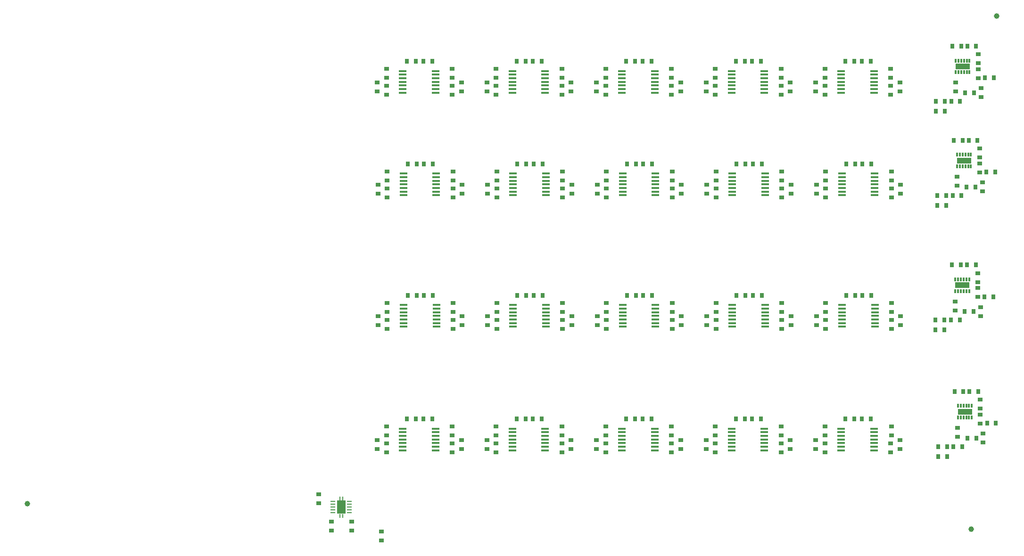
<source format=gbp>
G04*
G04 #@! TF.GenerationSoftware,Altium Limited,Altium Designer,23.3.1 (30)*
G04*
G04 Layer_Color=128*
%FSLAX44Y44*%
%MOMM*%
G71*
G04*
G04 #@! TF.SameCoordinates,BD36C32B-B9C7-4E4D-8C4A-4C0C75BD15CB*
G04*
G04*
G04 #@! TF.FilePolarity,Positive*
G04*
G01*
G75*
%ADD18C,1.0000*%
%ADD19R,0.7874X0.9652*%
%ADD23R,0.8500X0.2800*%
%ADD24R,1.6500X2.4000*%
%ADD25R,0.2200X0.7000*%
%ADD26R,0.9652X0.7874*%
%ADD27R,0.3000X0.6500*%
%ADD28R,2.6600X1.1000*%
%ADD29R,1.4750X0.4500*%
D18*
X307340Y336550D02*
D03*
X2048510Y1212850D02*
D03*
X2002790Y290830D02*
D03*
D19*
X2031057Y480990D02*
D03*
X2047059D02*
D03*
X1943427Y439080D02*
D03*
X1959429D02*
D03*
Y421300D02*
D03*
X1943427D02*
D03*
X1999688Y538140D02*
D03*
X2015690D02*
D03*
X1995878Y454320D02*
D03*
X2011880D02*
D03*
X1988639Y538140D02*
D03*
X1972637D02*
D03*
X1986861Y439080D02*
D03*
X1970859D02*
D03*
X1597152Y710819D02*
D03*
X1581150D02*
D03*
X1965960Y666369D02*
D03*
X1981962D02*
D03*
X1967738Y765429D02*
D03*
X1983740D02*
D03*
X2006981Y681609D02*
D03*
X1990979D02*
D03*
X2010791Y765429D02*
D03*
X1994789D02*
D03*
X1938528Y648589D02*
D03*
X1954530D02*
D03*
Y666369D02*
D03*
X1938528D02*
D03*
X2042160Y708279D02*
D03*
X2026158D02*
D03*
X1966722Y1059561D02*
D03*
X1982724D02*
D03*
X1968500Y1158621D02*
D03*
X1984502D02*
D03*
X2007743Y1074801D02*
D03*
X1991741D02*
D03*
X2011553Y1158621D02*
D03*
X1995551D02*
D03*
X1939290Y1041781D02*
D03*
X1955292D02*
D03*
Y1059561D02*
D03*
X1939290D02*
D03*
X2042922Y1101471D02*
D03*
X2026920D02*
D03*
X1985264Y890270D02*
D03*
X1969262D02*
D03*
X1987042Y989330D02*
D03*
X1971040D02*
D03*
X1994281Y905510D02*
D03*
X2010283D02*
D03*
X1998091Y989330D02*
D03*
X2014093D02*
D03*
X1957832Y872490D02*
D03*
X1941830D02*
D03*
Y890270D02*
D03*
X1957832D02*
D03*
X2029460Y932180D02*
D03*
X2045462D02*
D03*
X1778000Y947039D02*
D03*
X1794002D02*
D03*
X1807210D02*
D03*
X1823212D02*
D03*
X1610360Y710819D02*
D03*
X1626362D02*
D03*
X1792732Y488569D02*
D03*
X1776730D02*
D03*
X1821942D02*
D03*
X1805940D02*
D03*
X1232662Y710819D02*
D03*
X1216660D02*
D03*
X1203452D02*
D03*
X1187450D02*
D03*
X1429512D02*
D03*
X1413510D02*
D03*
X1006886Y710688D02*
D03*
X990884D02*
D03*
X1036096D02*
D03*
X1020094D02*
D03*
X1794286D02*
D03*
X1778284D02*
D03*
X1823496D02*
D03*
X1807494D02*
D03*
X1400302Y710819D02*
D03*
X1384300D02*
D03*
X1428242Y488569D02*
D03*
X1412240D02*
D03*
X1399032D02*
D03*
X1383030D02*
D03*
X1231392D02*
D03*
X1215390D02*
D03*
X1202182D02*
D03*
X1186180D02*
D03*
X1005332D02*
D03*
X989330D02*
D03*
X1034542D02*
D03*
X1018540D02*
D03*
X1595882D02*
D03*
X1579880D02*
D03*
X1625092D02*
D03*
X1609090D02*
D03*
X989330Y1131189D02*
D03*
X1005332D02*
D03*
X1018540D02*
D03*
X1034542D02*
D03*
X1006602Y947039D02*
D03*
X990600D02*
D03*
X1035812D02*
D03*
X1019810D02*
D03*
X1231392Y1131189D02*
D03*
X1215390D02*
D03*
X1202182D02*
D03*
X1186180D02*
D03*
X1203452Y947039D02*
D03*
X1187450D02*
D03*
X1232662D02*
D03*
X1216660D02*
D03*
X1428242Y1131189D02*
D03*
X1412240D02*
D03*
X1399032D02*
D03*
X1383030D02*
D03*
X1400302Y947039D02*
D03*
X1384300D02*
D03*
X1429512D02*
D03*
X1413510D02*
D03*
X1595882Y1131189D02*
D03*
X1579880D02*
D03*
X1625092D02*
D03*
X1609090D02*
D03*
X1597152Y947039D02*
D03*
X1581150D02*
D03*
X1626362D02*
D03*
X1610360D02*
D03*
X1792732Y1131189D02*
D03*
X1776730D02*
D03*
X1821942D02*
D03*
X1805940D02*
D03*
D23*
X856470Y320200D02*
D03*
Y325200D02*
D03*
Y330200D02*
D03*
Y335200D02*
D03*
Y340200D02*
D03*
X885970D02*
D03*
Y335200D02*
D03*
Y330200D02*
D03*
Y325200D02*
D03*
Y320200D02*
D03*
D24*
X871220Y330200D02*
D03*
D25*
X868720Y345700D02*
D03*
X873720D02*
D03*
Y314700D02*
D03*
X868720D02*
D03*
D26*
X943610Y270129D02*
D03*
Y286131D02*
D03*
X853440Y303911D02*
D03*
Y287909D02*
D03*
X830580Y337439D02*
D03*
Y353441D02*
D03*
X890270Y303911D02*
D03*
Y287909D02*
D03*
X1283970Y450850D02*
D03*
Y434848D02*
D03*
X1739900Y428498D02*
D03*
Y444500D02*
D03*
X1978479Y472481D02*
D03*
Y456479D02*
D03*
X2024199Y462321D02*
D03*
Y446319D02*
D03*
X2019119Y496611D02*
D03*
Y480609D02*
D03*
Y507279D02*
D03*
Y523281D02*
D03*
X1973580Y683768D02*
D03*
Y699770D02*
D03*
X2019300Y673608D02*
D03*
Y689610D02*
D03*
X2014220Y750570D02*
D03*
Y734568D02*
D03*
Y707898D02*
D03*
Y723900D02*
D03*
X1974342Y1076960D02*
D03*
Y1092962D02*
D03*
X2020062Y1066800D02*
D03*
Y1082802D02*
D03*
X2014982Y1143762D02*
D03*
Y1127760D02*
D03*
Y1101090D02*
D03*
Y1117092D02*
D03*
X2022602Y897509D02*
D03*
Y913511D02*
D03*
X1976882Y907669D02*
D03*
Y923671D02*
D03*
X2017522Y958469D02*
D03*
Y974471D02*
D03*
Y947801D02*
D03*
Y931799D02*
D03*
X1268730Y917448D02*
D03*
Y933450D02*
D03*
Y902970D02*
D03*
Y886968D02*
D03*
X1741170D02*
D03*
Y902970D02*
D03*
X1859280D02*
D03*
Y886968D02*
D03*
X1741170Y933450D02*
D03*
Y917448D02*
D03*
X1859280D02*
D03*
Y933450D02*
D03*
X1875790Y909320D02*
D03*
Y893318D02*
D03*
X1724660D02*
D03*
Y909320D02*
D03*
X1544320Y650748D02*
D03*
Y666750D02*
D03*
X1662430D02*
D03*
Y650748D02*
D03*
X1544320Y697230D02*
D03*
Y681228D02*
D03*
X1662430D02*
D03*
Y697230D02*
D03*
X1678940Y673100D02*
D03*
Y657098D02*
D03*
X1527810D02*
D03*
Y673100D02*
D03*
X1858010Y428498D02*
D03*
Y444500D02*
D03*
X1739900Y458978D02*
D03*
Y474980D02*
D03*
X1859280Y475361D02*
D03*
Y459359D02*
D03*
X1874520Y434848D02*
D03*
Y450850D02*
D03*
X1723390D02*
D03*
Y434848D02*
D03*
X1150620Y666750D02*
D03*
Y650748D02*
D03*
X1134110Y673100D02*
D03*
Y657098D02*
D03*
X1150620Y681228D02*
D03*
Y697230D02*
D03*
X1465580D02*
D03*
Y681228D02*
D03*
X1285240Y657098D02*
D03*
Y673100D02*
D03*
X937544Y672969D02*
D03*
Y656967D02*
D03*
X954054Y681097D02*
D03*
Y697099D02*
D03*
Y666619D02*
D03*
Y650617D02*
D03*
X1268730Y697230D02*
D03*
Y681228D02*
D03*
X1465580Y650748D02*
D03*
Y666750D02*
D03*
X1482090Y657098D02*
D03*
Y673100D02*
D03*
X1741454Y681097D02*
D03*
Y697099D02*
D03*
X1724944Y672969D02*
D03*
Y656967D02*
D03*
X1741454Y666619D02*
D03*
Y650617D02*
D03*
X1859564Y697099D02*
D03*
Y681097D02*
D03*
X1876074Y656967D02*
D03*
Y672969D02*
D03*
X1859564Y650617D02*
D03*
Y666619D02*
D03*
X1268730Y650748D02*
D03*
Y666750D02*
D03*
X1072164Y697099D02*
D03*
Y681097D02*
D03*
Y650617D02*
D03*
Y666619D02*
D03*
X1088674Y656967D02*
D03*
Y672969D02*
D03*
X1347470Y666750D02*
D03*
Y650748D02*
D03*
Y681228D02*
D03*
Y697230D02*
D03*
X1330960Y673100D02*
D03*
Y657098D02*
D03*
X1661160Y428498D02*
D03*
Y444500D02*
D03*
X1677670Y434848D02*
D03*
Y450850D02*
D03*
X1661160Y474980D02*
D03*
Y458978D02*
D03*
X1346200D02*
D03*
Y474980D02*
D03*
X1464310Y428498D02*
D03*
Y444500D02*
D03*
X1480820Y434848D02*
D03*
Y450850D02*
D03*
X1464310Y474980D02*
D03*
Y458978D02*
D03*
X1329690Y450850D02*
D03*
Y434848D02*
D03*
X1346200Y444500D02*
D03*
Y428498D02*
D03*
X1149350Y444500D02*
D03*
Y428498D02*
D03*
X952500Y444500D02*
D03*
Y428498D02*
D03*
X935990Y434848D02*
D03*
Y450850D02*
D03*
X952500Y458978D02*
D03*
Y474980D02*
D03*
X1267460Y428498D02*
D03*
Y444500D02*
D03*
Y474980D02*
D03*
Y458978D02*
D03*
X1132840Y450850D02*
D03*
Y434848D02*
D03*
X1149350Y458978D02*
D03*
Y474980D02*
D03*
X1070610D02*
D03*
Y458978D02*
D03*
Y428498D02*
D03*
Y444500D02*
D03*
X1087120Y434848D02*
D03*
Y450850D02*
D03*
X1543050Y458978D02*
D03*
Y474980D02*
D03*
X1526540Y450850D02*
D03*
Y434848D02*
D03*
X1543050Y444500D02*
D03*
Y428498D02*
D03*
X935990Y1077468D02*
D03*
Y1093470D02*
D03*
X952500Y1117600D02*
D03*
Y1101598D02*
D03*
Y1071118D02*
D03*
Y1087120D02*
D03*
X1070610Y1101598D02*
D03*
Y1117600D02*
D03*
X1149350Y1101598D02*
D03*
Y1117600D02*
D03*
X1070610Y1087120D02*
D03*
Y1071118D02*
D03*
X1087120Y1093470D02*
D03*
Y1077468D02*
D03*
X1132840Y1093470D02*
D03*
Y1077468D02*
D03*
X1149350Y1087120D02*
D03*
Y1071118D02*
D03*
X937260Y909320D02*
D03*
Y893318D02*
D03*
X953770Y917448D02*
D03*
Y933450D02*
D03*
Y902970D02*
D03*
Y886968D02*
D03*
X1071880Y933450D02*
D03*
Y917448D02*
D03*
X1150620D02*
D03*
Y933450D02*
D03*
X1071880Y886968D02*
D03*
Y902970D02*
D03*
X1088390Y893318D02*
D03*
Y909320D02*
D03*
X1134110D02*
D03*
Y893318D02*
D03*
X1150620Y902970D02*
D03*
Y886968D02*
D03*
X1267460Y1117600D02*
D03*
Y1101598D02*
D03*
X1346200D02*
D03*
Y1117600D02*
D03*
X1283970Y1077468D02*
D03*
Y1093470D02*
D03*
X1329690D02*
D03*
Y1077468D02*
D03*
X1267460Y1071118D02*
D03*
Y1087120D02*
D03*
X1346200D02*
D03*
Y1071118D02*
D03*
X1347470Y917448D02*
D03*
Y933450D02*
D03*
X1464310Y1117600D02*
D03*
Y1101598D02*
D03*
X1543050D02*
D03*
Y1117600D02*
D03*
X1526540Y1093470D02*
D03*
Y1077468D02*
D03*
X1480820D02*
D03*
Y1093470D02*
D03*
X1464310Y1071118D02*
D03*
Y1087120D02*
D03*
X1543050D02*
D03*
Y1071118D02*
D03*
X1465580Y933450D02*
D03*
Y917448D02*
D03*
X1544320D02*
D03*
Y933450D02*
D03*
X1285240Y893318D02*
D03*
Y909320D02*
D03*
X1330960D02*
D03*
Y893318D02*
D03*
X1347470Y902970D02*
D03*
Y886968D02*
D03*
X1482090Y893318D02*
D03*
Y909320D02*
D03*
X1527810D02*
D03*
Y893318D02*
D03*
X1465580Y886968D02*
D03*
Y902970D02*
D03*
X1544320D02*
D03*
Y886968D02*
D03*
X1661160Y1117600D02*
D03*
Y1101598D02*
D03*
X1677670Y1077468D02*
D03*
Y1093470D02*
D03*
X1723390D02*
D03*
Y1077468D02*
D03*
X1739900Y1101598D02*
D03*
Y1117600D02*
D03*
X1662430Y933450D02*
D03*
Y917448D02*
D03*
X1661160Y1071118D02*
D03*
Y1087120D02*
D03*
X1739900D02*
D03*
Y1071118D02*
D03*
X1662430Y886968D02*
D03*
Y902970D02*
D03*
X1678940Y893318D02*
D03*
Y909320D02*
D03*
X1858010Y1117600D02*
D03*
Y1101598D02*
D03*
X1874520Y1077468D02*
D03*
Y1093470D02*
D03*
X1858010Y1071118D02*
D03*
Y1087120D02*
D03*
D27*
X1978860Y512150D02*
D03*
X1983860D02*
D03*
X1988860D02*
D03*
X1993860D02*
D03*
X1998860D02*
D03*
X2003860D02*
D03*
Y491150D02*
D03*
X1998860D02*
D03*
X1993860D02*
D03*
X1988860D02*
D03*
X1983860D02*
D03*
X1978860D02*
D03*
X1973961Y718439D02*
D03*
X1978961D02*
D03*
X1983961D02*
D03*
X1988961D02*
D03*
X1993961D02*
D03*
X1998961D02*
D03*
Y739439D02*
D03*
X1993961D02*
D03*
X1988961D02*
D03*
X1983961D02*
D03*
X1978961D02*
D03*
X1973961D02*
D03*
X1974723Y1111631D02*
D03*
X1979723D02*
D03*
X1984723D02*
D03*
X1989723D02*
D03*
X1994723D02*
D03*
X1999723D02*
D03*
Y1132631D02*
D03*
X1994723D02*
D03*
X1989723D02*
D03*
X1984723D02*
D03*
X1979723D02*
D03*
X1974723D02*
D03*
X1977263Y963340D02*
D03*
X1982263D02*
D03*
X1987263D02*
D03*
X1992263D02*
D03*
X1997263D02*
D03*
X2002263D02*
D03*
Y942340D02*
D03*
X1997263D02*
D03*
X1992263D02*
D03*
X1987263D02*
D03*
X1982263D02*
D03*
X1977263D02*
D03*
D28*
X1991360Y501650D02*
D03*
X1986461Y728939D02*
D03*
X1987223Y1122131D02*
D03*
X1989763Y952840D02*
D03*
D29*
X1770591Y929709D02*
D03*
Y923209D02*
D03*
Y916709D02*
D03*
Y910209D02*
D03*
Y903709D02*
D03*
Y897209D02*
D03*
Y890709D02*
D03*
X1829351D02*
D03*
Y897209D02*
D03*
Y903709D02*
D03*
Y910209D02*
D03*
Y916709D02*
D03*
Y923209D02*
D03*
Y929709D02*
D03*
X1573741Y693489D02*
D03*
Y686989D02*
D03*
Y680489D02*
D03*
Y673989D02*
D03*
Y667489D02*
D03*
Y660989D02*
D03*
Y654489D02*
D03*
X1632501D02*
D03*
Y660989D02*
D03*
Y667489D02*
D03*
Y673989D02*
D03*
Y680489D02*
D03*
Y686989D02*
D03*
Y693489D02*
D03*
X1828081Y471239D02*
D03*
Y464739D02*
D03*
Y458239D02*
D03*
Y451739D02*
D03*
Y445239D02*
D03*
Y438739D02*
D03*
Y432239D02*
D03*
X1769321D02*
D03*
Y438739D02*
D03*
Y445239D02*
D03*
Y451739D02*
D03*
Y458239D02*
D03*
Y464739D02*
D03*
Y471239D02*
D03*
X1042235Y693358D02*
D03*
Y686858D02*
D03*
Y680358D02*
D03*
Y673858D02*
D03*
Y667358D02*
D03*
Y660858D02*
D03*
Y654358D02*
D03*
X983475D02*
D03*
Y660858D02*
D03*
Y667358D02*
D03*
Y673858D02*
D03*
Y680358D02*
D03*
Y686858D02*
D03*
Y693358D02*
D03*
X1238801Y693489D02*
D03*
Y686989D02*
D03*
Y680489D02*
D03*
Y673989D02*
D03*
Y667489D02*
D03*
Y660989D02*
D03*
Y654489D02*
D03*
X1180041D02*
D03*
Y660989D02*
D03*
Y667489D02*
D03*
Y673989D02*
D03*
Y680489D02*
D03*
Y686989D02*
D03*
Y693489D02*
D03*
X1435651D02*
D03*
Y686989D02*
D03*
Y680489D02*
D03*
Y673989D02*
D03*
Y667489D02*
D03*
Y660989D02*
D03*
Y654489D02*
D03*
X1376891D02*
D03*
Y660989D02*
D03*
Y667489D02*
D03*
Y673989D02*
D03*
Y680489D02*
D03*
Y686989D02*
D03*
Y693489D02*
D03*
X1829635Y693358D02*
D03*
Y686858D02*
D03*
Y680358D02*
D03*
Y673858D02*
D03*
Y667358D02*
D03*
Y660858D02*
D03*
Y654358D02*
D03*
X1770875D02*
D03*
Y660858D02*
D03*
Y667358D02*
D03*
Y673858D02*
D03*
Y680358D02*
D03*
Y686858D02*
D03*
Y693358D02*
D03*
X1434381Y471239D02*
D03*
Y464739D02*
D03*
Y458239D02*
D03*
Y451739D02*
D03*
Y445239D02*
D03*
Y438739D02*
D03*
Y432239D02*
D03*
X1375621D02*
D03*
Y438739D02*
D03*
Y445239D02*
D03*
Y451739D02*
D03*
Y458239D02*
D03*
Y464739D02*
D03*
Y471239D02*
D03*
X1237531D02*
D03*
Y464739D02*
D03*
Y458239D02*
D03*
Y451739D02*
D03*
Y445239D02*
D03*
Y438739D02*
D03*
Y432239D02*
D03*
X1178771D02*
D03*
Y438739D02*
D03*
Y445239D02*
D03*
Y451739D02*
D03*
Y458239D02*
D03*
Y464739D02*
D03*
Y471239D02*
D03*
X1040681D02*
D03*
Y464739D02*
D03*
Y458239D02*
D03*
Y451739D02*
D03*
Y445239D02*
D03*
Y438739D02*
D03*
Y432239D02*
D03*
X981921D02*
D03*
Y438739D02*
D03*
Y445239D02*
D03*
Y451739D02*
D03*
Y458239D02*
D03*
Y464739D02*
D03*
Y471239D02*
D03*
X1631231D02*
D03*
Y464739D02*
D03*
Y458239D02*
D03*
Y451739D02*
D03*
Y445239D02*
D03*
Y438739D02*
D03*
Y432239D02*
D03*
X1572471D02*
D03*
Y438739D02*
D03*
Y445239D02*
D03*
Y451739D02*
D03*
Y458239D02*
D03*
Y464739D02*
D03*
Y471239D02*
D03*
X981921Y1113859D02*
D03*
Y1107359D02*
D03*
Y1100859D02*
D03*
Y1094359D02*
D03*
Y1087859D02*
D03*
Y1081359D02*
D03*
Y1074859D02*
D03*
X1040681D02*
D03*
Y1081359D02*
D03*
Y1087859D02*
D03*
Y1094359D02*
D03*
Y1100859D02*
D03*
Y1107359D02*
D03*
Y1113859D02*
D03*
X1041951Y929709D02*
D03*
Y923209D02*
D03*
Y916709D02*
D03*
Y910209D02*
D03*
Y903709D02*
D03*
Y897209D02*
D03*
Y890709D02*
D03*
X983191D02*
D03*
Y897209D02*
D03*
Y903709D02*
D03*
Y910209D02*
D03*
Y916709D02*
D03*
Y923209D02*
D03*
Y929709D02*
D03*
X1237531Y1113859D02*
D03*
Y1107359D02*
D03*
Y1100859D02*
D03*
Y1094359D02*
D03*
Y1087859D02*
D03*
Y1081359D02*
D03*
Y1074859D02*
D03*
X1178771D02*
D03*
Y1081359D02*
D03*
Y1087859D02*
D03*
Y1094359D02*
D03*
Y1100859D02*
D03*
Y1107359D02*
D03*
Y1113859D02*
D03*
X1434381D02*
D03*
Y1107359D02*
D03*
Y1100859D02*
D03*
Y1094359D02*
D03*
Y1087859D02*
D03*
Y1081359D02*
D03*
Y1074859D02*
D03*
X1375621D02*
D03*
Y1081359D02*
D03*
Y1087859D02*
D03*
Y1094359D02*
D03*
Y1100859D02*
D03*
Y1107359D02*
D03*
Y1113859D02*
D03*
X1238801Y929709D02*
D03*
Y923209D02*
D03*
Y916709D02*
D03*
Y910209D02*
D03*
Y903709D02*
D03*
Y897209D02*
D03*
Y890709D02*
D03*
X1180041D02*
D03*
Y897209D02*
D03*
Y903709D02*
D03*
Y910209D02*
D03*
Y916709D02*
D03*
Y923209D02*
D03*
Y929709D02*
D03*
X1435651D02*
D03*
Y923209D02*
D03*
Y916709D02*
D03*
Y910209D02*
D03*
Y903709D02*
D03*
Y897209D02*
D03*
Y890709D02*
D03*
X1376891D02*
D03*
Y897209D02*
D03*
Y903709D02*
D03*
Y910209D02*
D03*
Y916709D02*
D03*
Y923209D02*
D03*
Y929709D02*
D03*
X1631231Y1113859D02*
D03*
Y1107359D02*
D03*
Y1100859D02*
D03*
Y1094359D02*
D03*
Y1087859D02*
D03*
Y1081359D02*
D03*
Y1074859D02*
D03*
X1572471D02*
D03*
Y1081359D02*
D03*
Y1087859D02*
D03*
Y1094359D02*
D03*
Y1100859D02*
D03*
Y1107359D02*
D03*
Y1113859D02*
D03*
X1632501Y929709D02*
D03*
Y923209D02*
D03*
Y916709D02*
D03*
Y910209D02*
D03*
Y903709D02*
D03*
Y897209D02*
D03*
Y890709D02*
D03*
X1573741D02*
D03*
Y897209D02*
D03*
Y903709D02*
D03*
Y910209D02*
D03*
Y916709D02*
D03*
Y923209D02*
D03*
Y929709D02*
D03*
X1828081Y1113859D02*
D03*
Y1107359D02*
D03*
Y1100859D02*
D03*
Y1094359D02*
D03*
Y1087859D02*
D03*
Y1081359D02*
D03*
Y1074859D02*
D03*
X1769321D02*
D03*
Y1081359D02*
D03*
Y1087859D02*
D03*
Y1094359D02*
D03*
Y1100859D02*
D03*
Y1107359D02*
D03*
Y1113859D02*
D03*
M02*

</source>
